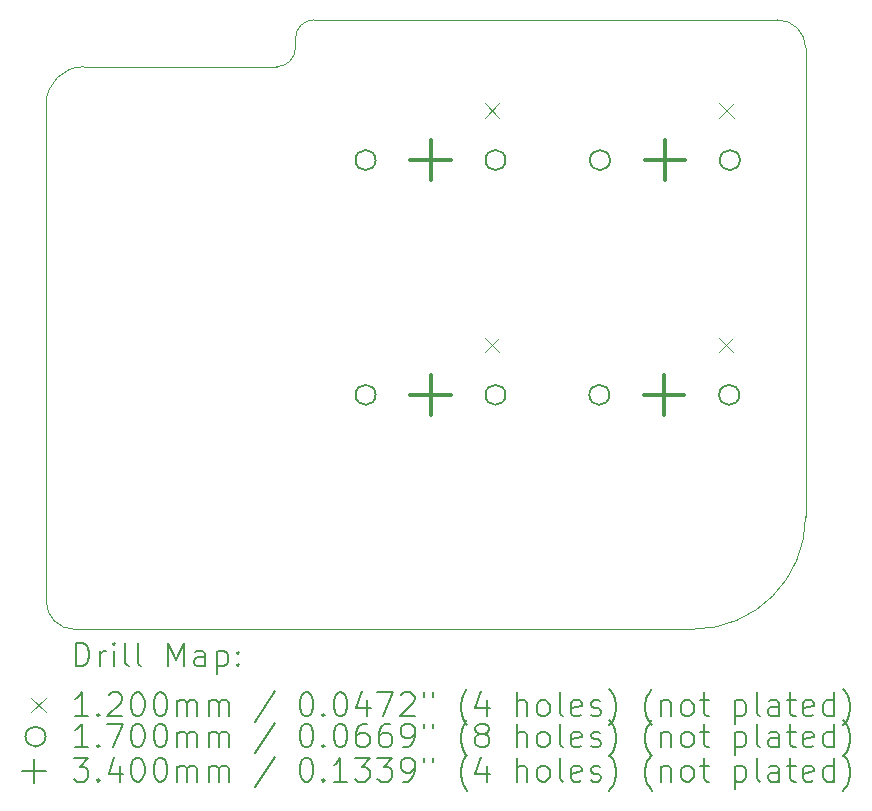
<source format=gbr>
%FSLAX45Y45*%
G04 Gerber Fmt 4.5, Leading zero omitted, Abs format (unit mm)*
G04 Created by KiCad (PCBNEW (6.0.5)) date 2022-09-29 20:04:49*
%MOMM*%
%LPD*%
G01*
G04 APERTURE LIST*
%TA.AperFunction,Profile*%
%ADD10C,0.100000*%
%TD*%
%ADD11C,0.200000*%
%ADD12C,0.120000*%
%ADD13C,0.170000*%
%ADD14C,0.340000*%
G04 APERTURE END LIST*
D10*
X16113125Y-10874375D02*
X16113125Y-6905625D01*
X9921875Y-11826875D02*
X15160625Y-11826875D01*
X9683750Y-11588750D02*
X9683750Y-7381875D01*
X11952749Y-6667499D02*
G75*
G03*
X11793999Y-6826250I1J-158751D01*
G01*
X11635249Y-7064375D02*
X10001250Y-7064375D01*
X16113130Y-6905625D02*
G75*
G03*
X15875000Y-6667500I-238130J-5D01*
G01*
X11952749Y-6667500D02*
X15875000Y-6667500D01*
X11635249Y-7064379D02*
G75*
G03*
X11793999Y-6905625I-9J158759D01*
G01*
X11793999Y-6905625D02*
X11793999Y-6826250D01*
X15160625Y-11826875D02*
G75*
G03*
X16113125Y-10874375I0J952500D01*
G01*
X10001250Y-7064375D02*
G75*
G03*
X9683750Y-7381875I0J-317500D01*
G01*
X9683755Y-11588750D02*
G75*
G03*
X9921875Y-11826875I238125J0D01*
G01*
D11*
D12*
X13400125Y-7375000D02*
X13520125Y-7495000D01*
X13520125Y-7375000D02*
X13400125Y-7495000D01*
X13400125Y-9362500D02*
X13520125Y-9482500D01*
X13520125Y-9362500D02*
X13400125Y-9482500D01*
X15378875Y-9362500D02*
X15498875Y-9482500D01*
X15498875Y-9362500D02*
X15378875Y-9482500D01*
X15384500Y-7375000D02*
X15504500Y-7495000D01*
X15504500Y-7375000D02*
X15384500Y-7495000D01*
D13*
X12473125Y-7855000D02*
G75*
G03*
X12473125Y-7855000I-85000J0D01*
G01*
X12473125Y-9842500D02*
G75*
G03*
X12473125Y-9842500I-85000J0D01*
G01*
X13573125Y-7855000D02*
G75*
G03*
X13573125Y-7855000I-85000J0D01*
G01*
X13573125Y-9842500D02*
G75*
G03*
X13573125Y-9842500I-85000J0D01*
G01*
X14451875Y-9842500D02*
G75*
G03*
X14451875Y-9842500I-85000J0D01*
G01*
X14457500Y-7855000D02*
G75*
G03*
X14457500Y-7855000I-85000J0D01*
G01*
X15551875Y-9842500D02*
G75*
G03*
X15551875Y-9842500I-85000J0D01*
G01*
X15557500Y-7855000D02*
G75*
G03*
X15557500Y-7855000I-85000J0D01*
G01*
D14*
X12938125Y-7685000D02*
X12938125Y-8025000D01*
X12768125Y-7855000D02*
X13108125Y-7855000D01*
X12938125Y-9672500D02*
X12938125Y-10012500D01*
X12768125Y-9842500D02*
X13108125Y-9842500D01*
X14916875Y-9672500D02*
X14916875Y-10012500D01*
X14746875Y-9842500D02*
X15086875Y-9842500D01*
X14922500Y-7685000D02*
X14922500Y-8025000D01*
X14752500Y-7855000D02*
X15092500Y-7855000D01*
D11*
X9936369Y-12142351D02*
X9936369Y-11942351D01*
X9983988Y-11942351D01*
X10012560Y-11951875D01*
X10031607Y-11970923D01*
X10041131Y-11989970D01*
X10050655Y-12028065D01*
X10050655Y-12056637D01*
X10041131Y-12094732D01*
X10031607Y-12113780D01*
X10012560Y-12132827D01*
X9983988Y-12142351D01*
X9936369Y-12142351D01*
X10136369Y-12142351D02*
X10136369Y-12009018D01*
X10136369Y-12047113D02*
X10145893Y-12028065D01*
X10155417Y-12018542D01*
X10174464Y-12009018D01*
X10193512Y-12009018D01*
X10260179Y-12142351D02*
X10260179Y-12009018D01*
X10260179Y-11942351D02*
X10250655Y-11951875D01*
X10260179Y-11961399D01*
X10269702Y-11951875D01*
X10260179Y-11942351D01*
X10260179Y-11961399D01*
X10383988Y-12142351D02*
X10364940Y-12132827D01*
X10355417Y-12113780D01*
X10355417Y-11942351D01*
X10488750Y-12142351D02*
X10469702Y-12132827D01*
X10460179Y-12113780D01*
X10460179Y-11942351D01*
X10717321Y-12142351D02*
X10717321Y-11942351D01*
X10783988Y-12085208D01*
X10850655Y-11942351D01*
X10850655Y-12142351D01*
X11031607Y-12142351D02*
X11031607Y-12037589D01*
X11022083Y-12018542D01*
X11003036Y-12009018D01*
X10964940Y-12009018D01*
X10945893Y-12018542D01*
X11031607Y-12132827D02*
X11012560Y-12142351D01*
X10964940Y-12142351D01*
X10945893Y-12132827D01*
X10936369Y-12113780D01*
X10936369Y-12094732D01*
X10945893Y-12075684D01*
X10964940Y-12066161D01*
X11012560Y-12066161D01*
X11031607Y-12056637D01*
X11126845Y-12009018D02*
X11126845Y-12209018D01*
X11126845Y-12018542D02*
X11145893Y-12009018D01*
X11183988Y-12009018D01*
X11203036Y-12018542D01*
X11212559Y-12028065D01*
X11222083Y-12047113D01*
X11222083Y-12104256D01*
X11212559Y-12123303D01*
X11203036Y-12132827D01*
X11183988Y-12142351D01*
X11145893Y-12142351D01*
X11126845Y-12132827D01*
X11307798Y-12123303D02*
X11317321Y-12132827D01*
X11307798Y-12142351D01*
X11298274Y-12132827D01*
X11307798Y-12123303D01*
X11307798Y-12142351D01*
X11307798Y-12018542D02*
X11317321Y-12028065D01*
X11307798Y-12037589D01*
X11298274Y-12028065D01*
X11307798Y-12018542D01*
X11307798Y-12037589D01*
D12*
X9558750Y-12411875D02*
X9678750Y-12531875D01*
X9678750Y-12411875D02*
X9558750Y-12531875D01*
D11*
X10041131Y-12562351D02*
X9926845Y-12562351D01*
X9983988Y-12562351D02*
X9983988Y-12362351D01*
X9964940Y-12390923D01*
X9945893Y-12409970D01*
X9926845Y-12419494D01*
X10126845Y-12543303D02*
X10136369Y-12552827D01*
X10126845Y-12562351D01*
X10117321Y-12552827D01*
X10126845Y-12543303D01*
X10126845Y-12562351D01*
X10212560Y-12381399D02*
X10222083Y-12371875D01*
X10241131Y-12362351D01*
X10288750Y-12362351D01*
X10307798Y-12371875D01*
X10317321Y-12381399D01*
X10326845Y-12400446D01*
X10326845Y-12419494D01*
X10317321Y-12448065D01*
X10203036Y-12562351D01*
X10326845Y-12562351D01*
X10450655Y-12362351D02*
X10469702Y-12362351D01*
X10488750Y-12371875D01*
X10498274Y-12381399D01*
X10507798Y-12400446D01*
X10517321Y-12438542D01*
X10517321Y-12486161D01*
X10507798Y-12524256D01*
X10498274Y-12543303D01*
X10488750Y-12552827D01*
X10469702Y-12562351D01*
X10450655Y-12562351D01*
X10431607Y-12552827D01*
X10422083Y-12543303D01*
X10412560Y-12524256D01*
X10403036Y-12486161D01*
X10403036Y-12438542D01*
X10412560Y-12400446D01*
X10422083Y-12381399D01*
X10431607Y-12371875D01*
X10450655Y-12362351D01*
X10641131Y-12362351D02*
X10660179Y-12362351D01*
X10679226Y-12371875D01*
X10688750Y-12381399D01*
X10698274Y-12400446D01*
X10707798Y-12438542D01*
X10707798Y-12486161D01*
X10698274Y-12524256D01*
X10688750Y-12543303D01*
X10679226Y-12552827D01*
X10660179Y-12562351D01*
X10641131Y-12562351D01*
X10622083Y-12552827D01*
X10612560Y-12543303D01*
X10603036Y-12524256D01*
X10593512Y-12486161D01*
X10593512Y-12438542D01*
X10603036Y-12400446D01*
X10612560Y-12381399D01*
X10622083Y-12371875D01*
X10641131Y-12362351D01*
X10793512Y-12562351D02*
X10793512Y-12429018D01*
X10793512Y-12448065D02*
X10803036Y-12438542D01*
X10822083Y-12429018D01*
X10850655Y-12429018D01*
X10869702Y-12438542D01*
X10879226Y-12457589D01*
X10879226Y-12562351D01*
X10879226Y-12457589D02*
X10888750Y-12438542D01*
X10907798Y-12429018D01*
X10936369Y-12429018D01*
X10955417Y-12438542D01*
X10964940Y-12457589D01*
X10964940Y-12562351D01*
X11060179Y-12562351D02*
X11060179Y-12429018D01*
X11060179Y-12448065D02*
X11069702Y-12438542D01*
X11088750Y-12429018D01*
X11117321Y-12429018D01*
X11136369Y-12438542D01*
X11145893Y-12457589D01*
X11145893Y-12562351D01*
X11145893Y-12457589D02*
X11155417Y-12438542D01*
X11174464Y-12429018D01*
X11203036Y-12429018D01*
X11222083Y-12438542D01*
X11231607Y-12457589D01*
X11231607Y-12562351D01*
X11622083Y-12352827D02*
X11450655Y-12609970D01*
X11879226Y-12362351D02*
X11898274Y-12362351D01*
X11917321Y-12371875D01*
X11926845Y-12381399D01*
X11936369Y-12400446D01*
X11945893Y-12438542D01*
X11945893Y-12486161D01*
X11936369Y-12524256D01*
X11926845Y-12543303D01*
X11917321Y-12552827D01*
X11898274Y-12562351D01*
X11879226Y-12562351D01*
X11860178Y-12552827D01*
X11850655Y-12543303D01*
X11841131Y-12524256D01*
X11831607Y-12486161D01*
X11831607Y-12438542D01*
X11841131Y-12400446D01*
X11850655Y-12381399D01*
X11860178Y-12371875D01*
X11879226Y-12362351D01*
X12031607Y-12543303D02*
X12041131Y-12552827D01*
X12031607Y-12562351D01*
X12022083Y-12552827D01*
X12031607Y-12543303D01*
X12031607Y-12562351D01*
X12164940Y-12362351D02*
X12183988Y-12362351D01*
X12203036Y-12371875D01*
X12212559Y-12381399D01*
X12222083Y-12400446D01*
X12231607Y-12438542D01*
X12231607Y-12486161D01*
X12222083Y-12524256D01*
X12212559Y-12543303D01*
X12203036Y-12552827D01*
X12183988Y-12562351D01*
X12164940Y-12562351D01*
X12145893Y-12552827D01*
X12136369Y-12543303D01*
X12126845Y-12524256D01*
X12117321Y-12486161D01*
X12117321Y-12438542D01*
X12126845Y-12400446D01*
X12136369Y-12381399D01*
X12145893Y-12371875D01*
X12164940Y-12362351D01*
X12403036Y-12429018D02*
X12403036Y-12562351D01*
X12355417Y-12352827D02*
X12307798Y-12495684D01*
X12431607Y-12495684D01*
X12488750Y-12362351D02*
X12622083Y-12362351D01*
X12536369Y-12562351D01*
X12688750Y-12381399D02*
X12698274Y-12371875D01*
X12717321Y-12362351D01*
X12764940Y-12362351D01*
X12783988Y-12371875D01*
X12793512Y-12381399D01*
X12803036Y-12400446D01*
X12803036Y-12419494D01*
X12793512Y-12448065D01*
X12679226Y-12562351D01*
X12803036Y-12562351D01*
X12879226Y-12362351D02*
X12879226Y-12400446D01*
X12955417Y-12362351D02*
X12955417Y-12400446D01*
X13250655Y-12638542D02*
X13241131Y-12629018D01*
X13222083Y-12600446D01*
X13212559Y-12581399D01*
X13203036Y-12552827D01*
X13193512Y-12505208D01*
X13193512Y-12467113D01*
X13203036Y-12419494D01*
X13212559Y-12390923D01*
X13222083Y-12371875D01*
X13241131Y-12343303D01*
X13250655Y-12333780D01*
X13412559Y-12429018D02*
X13412559Y-12562351D01*
X13364940Y-12352827D02*
X13317321Y-12495684D01*
X13441131Y-12495684D01*
X13669702Y-12562351D02*
X13669702Y-12362351D01*
X13755417Y-12562351D02*
X13755417Y-12457589D01*
X13745893Y-12438542D01*
X13726845Y-12429018D01*
X13698274Y-12429018D01*
X13679226Y-12438542D01*
X13669702Y-12448065D01*
X13879226Y-12562351D02*
X13860178Y-12552827D01*
X13850655Y-12543303D01*
X13841131Y-12524256D01*
X13841131Y-12467113D01*
X13850655Y-12448065D01*
X13860178Y-12438542D01*
X13879226Y-12429018D01*
X13907798Y-12429018D01*
X13926845Y-12438542D01*
X13936369Y-12448065D01*
X13945893Y-12467113D01*
X13945893Y-12524256D01*
X13936369Y-12543303D01*
X13926845Y-12552827D01*
X13907798Y-12562351D01*
X13879226Y-12562351D01*
X14060178Y-12562351D02*
X14041131Y-12552827D01*
X14031607Y-12533780D01*
X14031607Y-12362351D01*
X14212559Y-12552827D02*
X14193512Y-12562351D01*
X14155417Y-12562351D01*
X14136369Y-12552827D01*
X14126845Y-12533780D01*
X14126845Y-12457589D01*
X14136369Y-12438542D01*
X14155417Y-12429018D01*
X14193512Y-12429018D01*
X14212559Y-12438542D01*
X14222083Y-12457589D01*
X14222083Y-12476637D01*
X14126845Y-12495684D01*
X14298274Y-12552827D02*
X14317321Y-12562351D01*
X14355417Y-12562351D01*
X14374464Y-12552827D01*
X14383988Y-12533780D01*
X14383988Y-12524256D01*
X14374464Y-12505208D01*
X14355417Y-12495684D01*
X14326845Y-12495684D01*
X14307798Y-12486161D01*
X14298274Y-12467113D01*
X14298274Y-12457589D01*
X14307798Y-12438542D01*
X14326845Y-12429018D01*
X14355417Y-12429018D01*
X14374464Y-12438542D01*
X14450655Y-12638542D02*
X14460178Y-12629018D01*
X14479226Y-12600446D01*
X14488750Y-12581399D01*
X14498274Y-12552827D01*
X14507798Y-12505208D01*
X14507798Y-12467113D01*
X14498274Y-12419494D01*
X14488750Y-12390923D01*
X14479226Y-12371875D01*
X14460178Y-12343303D01*
X14450655Y-12333780D01*
X14812559Y-12638542D02*
X14803036Y-12629018D01*
X14783988Y-12600446D01*
X14774464Y-12581399D01*
X14764940Y-12552827D01*
X14755417Y-12505208D01*
X14755417Y-12467113D01*
X14764940Y-12419494D01*
X14774464Y-12390923D01*
X14783988Y-12371875D01*
X14803036Y-12343303D01*
X14812559Y-12333780D01*
X14888750Y-12429018D02*
X14888750Y-12562351D01*
X14888750Y-12448065D02*
X14898274Y-12438542D01*
X14917321Y-12429018D01*
X14945893Y-12429018D01*
X14964940Y-12438542D01*
X14974464Y-12457589D01*
X14974464Y-12562351D01*
X15098274Y-12562351D02*
X15079226Y-12552827D01*
X15069702Y-12543303D01*
X15060178Y-12524256D01*
X15060178Y-12467113D01*
X15069702Y-12448065D01*
X15079226Y-12438542D01*
X15098274Y-12429018D01*
X15126845Y-12429018D01*
X15145893Y-12438542D01*
X15155417Y-12448065D01*
X15164940Y-12467113D01*
X15164940Y-12524256D01*
X15155417Y-12543303D01*
X15145893Y-12552827D01*
X15126845Y-12562351D01*
X15098274Y-12562351D01*
X15222083Y-12429018D02*
X15298274Y-12429018D01*
X15250655Y-12362351D02*
X15250655Y-12533780D01*
X15260178Y-12552827D01*
X15279226Y-12562351D01*
X15298274Y-12562351D01*
X15517321Y-12429018D02*
X15517321Y-12629018D01*
X15517321Y-12438542D02*
X15536369Y-12429018D01*
X15574464Y-12429018D01*
X15593512Y-12438542D01*
X15603036Y-12448065D01*
X15612559Y-12467113D01*
X15612559Y-12524256D01*
X15603036Y-12543303D01*
X15593512Y-12552827D01*
X15574464Y-12562351D01*
X15536369Y-12562351D01*
X15517321Y-12552827D01*
X15726845Y-12562351D02*
X15707798Y-12552827D01*
X15698274Y-12533780D01*
X15698274Y-12362351D01*
X15888750Y-12562351D02*
X15888750Y-12457589D01*
X15879226Y-12438542D01*
X15860178Y-12429018D01*
X15822083Y-12429018D01*
X15803036Y-12438542D01*
X15888750Y-12552827D02*
X15869702Y-12562351D01*
X15822083Y-12562351D01*
X15803036Y-12552827D01*
X15793512Y-12533780D01*
X15793512Y-12514732D01*
X15803036Y-12495684D01*
X15822083Y-12486161D01*
X15869702Y-12486161D01*
X15888750Y-12476637D01*
X15955417Y-12429018D02*
X16031607Y-12429018D01*
X15983988Y-12362351D02*
X15983988Y-12533780D01*
X15993512Y-12552827D01*
X16012559Y-12562351D01*
X16031607Y-12562351D01*
X16174464Y-12552827D02*
X16155417Y-12562351D01*
X16117321Y-12562351D01*
X16098274Y-12552827D01*
X16088750Y-12533780D01*
X16088750Y-12457589D01*
X16098274Y-12438542D01*
X16117321Y-12429018D01*
X16155417Y-12429018D01*
X16174464Y-12438542D01*
X16183988Y-12457589D01*
X16183988Y-12476637D01*
X16088750Y-12495684D01*
X16355417Y-12562351D02*
X16355417Y-12362351D01*
X16355417Y-12552827D02*
X16336369Y-12562351D01*
X16298274Y-12562351D01*
X16279226Y-12552827D01*
X16269702Y-12543303D01*
X16260178Y-12524256D01*
X16260178Y-12467113D01*
X16269702Y-12448065D01*
X16279226Y-12438542D01*
X16298274Y-12429018D01*
X16336369Y-12429018D01*
X16355417Y-12438542D01*
X16431607Y-12638542D02*
X16441131Y-12629018D01*
X16460178Y-12600446D01*
X16469702Y-12581399D01*
X16479226Y-12552827D01*
X16488750Y-12505208D01*
X16488750Y-12467113D01*
X16479226Y-12419494D01*
X16469702Y-12390923D01*
X16460178Y-12371875D01*
X16441131Y-12343303D01*
X16431607Y-12333780D01*
D13*
X9678750Y-12735875D02*
G75*
G03*
X9678750Y-12735875I-85000J0D01*
G01*
D11*
X10041131Y-12826351D02*
X9926845Y-12826351D01*
X9983988Y-12826351D02*
X9983988Y-12626351D01*
X9964940Y-12654923D01*
X9945893Y-12673970D01*
X9926845Y-12683494D01*
X10126845Y-12807303D02*
X10136369Y-12816827D01*
X10126845Y-12826351D01*
X10117321Y-12816827D01*
X10126845Y-12807303D01*
X10126845Y-12826351D01*
X10203036Y-12626351D02*
X10336369Y-12626351D01*
X10250655Y-12826351D01*
X10450655Y-12626351D02*
X10469702Y-12626351D01*
X10488750Y-12635875D01*
X10498274Y-12645399D01*
X10507798Y-12664446D01*
X10517321Y-12702542D01*
X10517321Y-12750161D01*
X10507798Y-12788256D01*
X10498274Y-12807303D01*
X10488750Y-12816827D01*
X10469702Y-12826351D01*
X10450655Y-12826351D01*
X10431607Y-12816827D01*
X10422083Y-12807303D01*
X10412560Y-12788256D01*
X10403036Y-12750161D01*
X10403036Y-12702542D01*
X10412560Y-12664446D01*
X10422083Y-12645399D01*
X10431607Y-12635875D01*
X10450655Y-12626351D01*
X10641131Y-12626351D02*
X10660179Y-12626351D01*
X10679226Y-12635875D01*
X10688750Y-12645399D01*
X10698274Y-12664446D01*
X10707798Y-12702542D01*
X10707798Y-12750161D01*
X10698274Y-12788256D01*
X10688750Y-12807303D01*
X10679226Y-12816827D01*
X10660179Y-12826351D01*
X10641131Y-12826351D01*
X10622083Y-12816827D01*
X10612560Y-12807303D01*
X10603036Y-12788256D01*
X10593512Y-12750161D01*
X10593512Y-12702542D01*
X10603036Y-12664446D01*
X10612560Y-12645399D01*
X10622083Y-12635875D01*
X10641131Y-12626351D01*
X10793512Y-12826351D02*
X10793512Y-12693018D01*
X10793512Y-12712065D02*
X10803036Y-12702542D01*
X10822083Y-12693018D01*
X10850655Y-12693018D01*
X10869702Y-12702542D01*
X10879226Y-12721589D01*
X10879226Y-12826351D01*
X10879226Y-12721589D02*
X10888750Y-12702542D01*
X10907798Y-12693018D01*
X10936369Y-12693018D01*
X10955417Y-12702542D01*
X10964940Y-12721589D01*
X10964940Y-12826351D01*
X11060179Y-12826351D02*
X11060179Y-12693018D01*
X11060179Y-12712065D02*
X11069702Y-12702542D01*
X11088750Y-12693018D01*
X11117321Y-12693018D01*
X11136369Y-12702542D01*
X11145893Y-12721589D01*
X11145893Y-12826351D01*
X11145893Y-12721589D02*
X11155417Y-12702542D01*
X11174464Y-12693018D01*
X11203036Y-12693018D01*
X11222083Y-12702542D01*
X11231607Y-12721589D01*
X11231607Y-12826351D01*
X11622083Y-12616827D02*
X11450655Y-12873970D01*
X11879226Y-12626351D02*
X11898274Y-12626351D01*
X11917321Y-12635875D01*
X11926845Y-12645399D01*
X11936369Y-12664446D01*
X11945893Y-12702542D01*
X11945893Y-12750161D01*
X11936369Y-12788256D01*
X11926845Y-12807303D01*
X11917321Y-12816827D01*
X11898274Y-12826351D01*
X11879226Y-12826351D01*
X11860178Y-12816827D01*
X11850655Y-12807303D01*
X11841131Y-12788256D01*
X11831607Y-12750161D01*
X11831607Y-12702542D01*
X11841131Y-12664446D01*
X11850655Y-12645399D01*
X11860178Y-12635875D01*
X11879226Y-12626351D01*
X12031607Y-12807303D02*
X12041131Y-12816827D01*
X12031607Y-12826351D01*
X12022083Y-12816827D01*
X12031607Y-12807303D01*
X12031607Y-12826351D01*
X12164940Y-12626351D02*
X12183988Y-12626351D01*
X12203036Y-12635875D01*
X12212559Y-12645399D01*
X12222083Y-12664446D01*
X12231607Y-12702542D01*
X12231607Y-12750161D01*
X12222083Y-12788256D01*
X12212559Y-12807303D01*
X12203036Y-12816827D01*
X12183988Y-12826351D01*
X12164940Y-12826351D01*
X12145893Y-12816827D01*
X12136369Y-12807303D01*
X12126845Y-12788256D01*
X12117321Y-12750161D01*
X12117321Y-12702542D01*
X12126845Y-12664446D01*
X12136369Y-12645399D01*
X12145893Y-12635875D01*
X12164940Y-12626351D01*
X12403036Y-12626351D02*
X12364940Y-12626351D01*
X12345893Y-12635875D01*
X12336369Y-12645399D01*
X12317321Y-12673970D01*
X12307798Y-12712065D01*
X12307798Y-12788256D01*
X12317321Y-12807303D01*
X12326845Y-12816827D01*
X12345893Y-12826351D01*
X12383988Y-12826351D01*
X12403036Y-12816827D01*
X12412559Y-12807303D01*
X12422083Y-12788256D01*
X12422083Y-12740637D01*
X12412559Y-12721589D01*
X12403036Y-12712065D01*
X12383988Y-12702542D01*
X12345893Y-12702542D01*
X12326845Y-12712065D01*
X12317321Y-12721589D01*
X12307798Y-12740637D01*
X12593512Y-12626351D02*
X12555417Y-12626351D01*
X12536369Y-12635875D01*
X12526845Y-12645399D01*
X12507798Y-12673970D01*
X12498274Y-12712065D01*
X12498274Y-12788256D01*
X12507798Y-12807303D01*
X12517321Y-12816827D01*
X12536369Y-12826351D01*
X12574464Y-12826351D01*
X12593512Y-12816827D01*
X12603036Y-12807303D01*
X12612559Y-12788256D01*
X12612559Y-12740637D01*
X12603036Y-12721589D01*
X12593512Y-12712065D01*
X12574464Y-12702542D01*
X12536369Y-12702542D01*
X12517321Y-12712065D01*
X12507798Y-12721589D01*
X12498274Y-12740637D01*
X12707798Y-12826351D02*
X12745893Y-12826351D01*
X12764940Y-12816827D01*
X12774464Y-12807303D01*
X12793512Y-12778732D01*
X12803036Y-12740637D01*
X12803036Y-12664446D01*
X12793512Y-12645399D01*
X12783988Y-12635875D01*
X12764940Y-12626351D01*
X12726845Y-12626351D01*
X12707798Y-12635875D01*
X12698274Y-12645399D01*
X12688750Y-12664446D01*
X12688750Y-12712065D01*
X12698274Y-12731113D01*
X12707798Y-12740637D01*
X12726845Y-12750161D01*
X12764940Y-12750161D01*
X12783988Y-12740637D01*
X12793512Y-12731113D01*
X12803036Y-12712065D01*
X12879226Y-12626351D02*
X12879226Y-12664446D01*
X12955417Y-12626351D02*
X12955417Y-12664446D01*
X13250655Y-12902542D02*
X13241131Y-12893018D01*
X13222083Y-12864446D01*
X13212559Y-12845399D01*
X13203036Y-12816827D01*
X13193512Y-12769208D01*
X13193512Y-12731113D01*
X13203036Y-12683494D01*
X13212559Y-12654923D01*
X13222083Y-12635875D01*
X13241131Y-12607303D01*
X13250655Y-12597780D01*
X13355417Y-12712065D02*
X13336369Y-12702542D01*
X13326845Y-12693018D01*
X13317321Y-12673970D01*
X13317321Y-12664446D01*
X13326845Y-12645399D01*
X13336369Y-12635875D01*
X13355417Y-12626351D01*
X13393512Y-12626351D01*
X13412559Y-12635875D01*
X13422083Y-12645399D01*
X13431607Y-12664446D01*
X13431607Y-12673970D01*
X13422083Y-12693018D01*
X13412559Y-12702542D01*
X13393512Y-12712065D01*
X13355417Y-12712065D01*
X13336369Y-12721589D01*
X13326845Y-12731113D01*
X13317321Y-12750161D01*
X13317321Y-12788256D01*
X13326845Y-12807303D01*
X13336369Y-12816827D01*
X13355417Y-12826351D01*
X13393512Y-12826351D01*
X13412559Y-12816827D01*
X13422083Y-12807303D01*
X13431607Y-12788256D01*
X13431607Y-12750161D01*
X13422083Y-12731113D01*
X13412559Y-12721589D01*
X13393512Y-12712065D01*
X13669702Y-12826351D02*
X13669702Y-12626351D01*
X13755417Y-12826351D02*
X13755417Y-12721589D01*
X13745893Y-12702542D01*
X13726845Y-12693018D01*
X13698274Y-12693018D01*
X13679226Y-12702542D01*
X13669702Y-12712065D01*
X13879226Y-12826351D02*
X13860178Y-12816827D01*
X13850655Y-12807303D01*
X13841131Y-12788256D01*
X13841131Y-12731113D01*
X13850655Y-12712065D01*
X13860178Y-12702542D01*
X13879226Y-12693018D01*
X13907798Y-12693018D01*
X13926845Y-12702542D01*
X13936369Y-12712065D01*
X13945893Y-12731113D01*
X13945893Y-12788256D01*
X13936369Y-12807303D01*
X13926845Y-12816827D01*
X13907798Y-12826351D01*
X13879226Y-12826351D01*
X14060178Y-12826351D02*
X14041131Y-12816827D01*
X14031607Y-12797780D01*
X14031607Y-12626351D01*
X14212559Y-12816827D02*
X14193512Y-12826351D01*
X14155417Y-12826351D01*
X14136369Y-12816827D01*
X14126845Y-12797780D01*
X14126845Y-12721589D01*
X14136369Y-12702542D01*
X14155417Y-12693018D01*
X14193512Y-12693018D01*
X14212559Y-12702542D01*
X14222083Y-12721589D01*
X14222083Y-12740637D01*
X14126845Y-12759684D01*
X14298274Y-12816827D02*
X14317321Y-12826351D01*
X14355417Y-12826351D01*
X14374464Y-12816827D01*
X14383988Y-12797780D01*
X14383988Y-12788256D01*
X14374464Y-12769208D01*
X14355417Y-12759684D01*
X14326845Y-12759684D01*
X14307798Y-12750161D01*
X14298274Y-12731113D01*
X14298274Y-12721589D01*
X14307798Y-12702542D01*
X14326845Y-12693018D01*
X14355417Y-12693018D01*
X14374464Y-12702542D01*
X14450655Y-12902542D02*
X14460178Y-12893018D01*
X14479226Y-12864446D01*
X14488750Y-12845399D01*
X14498274Y-12816827D01*
X14507798Y-12769208D01*
X14507798Y-12731113D01*
X14498274Y-12683494D01*
X14488750Y-12654923D01*
X14479226Y-12635875D01*
X14460178Y-12607303D01*
X14450655Y-12597780D01*
X14812559Y-12902542D02*
X14803036Y-12893018D01*
X14783988Y-12864446D01*
X14774464Y-12845399D01*
X14764940Y-12816827D01*
X14755417Y-12769208D01*
X14755417Y-12731113D01*
X14764940Y-12683494D01*
X14774464Y-12654923D01*
X14783988Y-12635875D01*
X14803036Y-12607303D01*
X14812559Y-12597780D01*
X14888750Y-12693018D02*
X14888750Y-12826351D01*
X14888750Y-12712065D02*
X14898274Y-12702542D01*
X14917321Y-12693018D01*
X14945893Y-12693018D01*
X14964940Y-12702542D01*
X14974464Y-12721589D01*
X14974464Y-12826351D01*
X15098274Y-12826351D02*
X15079226Y-12816827D01*
X15069702Y-12807303D01*
X15060178Y-12788256D01*
X15060178Y-12731113D01*
X15069702Y-12712065D01*
X15079226Y-12702542D01*
X15098274Y-12693018D01*
X15126845Y-12693018D01*
X15145893Y-12702542D01*
X15155417Y-12712065D01*
X15164940Y-12731113D01*
X15164940Y-12788256D01*
X15155417Y-12807303D01*
X15145893Y-12816827D01*
X15126845Y-12826351D01*
X15098274Y-12826351D01*
X15222083Y-12693018D02*
X15298274Y-12693018D01*
X15250655Y-12626351D02*
X15250655Y-12797780D01*
X15260178Y-12816827D01*
X15279226Y-12826351D01*
X15298274Y-12826351D01*
X15517321Y-12693018D02*
X15517321Y-12893018D01*
X15517321Y-12702542D02*
X15536369Y-12693018D01*
X15574464Y-12693018D01*
X15593512Y-12702542D01*
X15603036Y-12712065D01*
X15612559Y-12731113D01*
X15612559Y-12788256D01*
X15603036Y-12807303D01*
X15593512Y-12816827D01*
X15574464Y-12826351D01*
X15536369Y-12826351D01*
X15517321Y-12816827D01*
X15726845Y-12826351D02*
X15707798Y-12816827D01*
X15698274Y-12797780D01*
X15698274Y-12626351D01*
X15888750Y-12826351D02*
X15888750Y-12721589D01*
X15879226Y-12702542D01*
X15860178Y-12693018D01*
X15822083Y-12693018D01*
X15803036Y-12702542D01*
X15888750Y-12816827D02*
X15869702Y-12826351D01*
X15822083Y-12826351D01*
X15803036Y-12816827D01*
X15793512Y-12797780D01*
X15793512Y-12778732D01*
X15803036Y-12759684D01*
X15822083Y-12750161D01*
X15869702Y-12750161D01*
X15888750Y-12740637D01*
X15955417Y-12693018D02*
X16031607Y-12693018D01*
X15983988Y-12626351D02*
X15983988Y-12797780D01*
X15993512Y-12816827D01*
X16012559Y-12826351D01*
X16031607Y-12826351D01*
X16174464Y-12816827D02*
X16155417Y-12826351D01*
X16117321Y-12826351D01*
X16098274Y-12816827D01*
X16088750Y-12797780D01*
X16088750Y-12721589D01*
X16098274Y-12702542D01*
X16117321Y-12693018D01*
X16155417Y-12693018D01*
X16174464Y-12702542D01*
X16183988Y-12721589D01*
X16183988Y-12740637D01*
X16088750Y-12759684D01*
X16355417Y-12826351D02*
X16355417Y-12626351D01*
X16355417Y-12816827D02*
X16336369Y-12826351D01*
X16298274Y-12826351D01*
X16279226Y-12816827D01*
X16269702Y-12807303D01*
X16260178Y-12788256D01*
X16260178Y-12731113D01*
X16269702Y-12712065D01*
X16279226Y-12702542D01*
X16298274Y-12693018D01*
X16336369Y-12693018D01*
X16355417Y-12702542D01*
X16431607Y-12902542D02*
X16441131Y-12893018D01*
X16460178Y-12864446D01*
X16469702Y-12845399D01*
X16479226Y-12816827D01*
X16488750Y-12769208D01*
X16488750Y-12731113D01*
X16479226Y-12683494D01*
X16469702Y-12654923D01*
X16460178Y-12635875D01*
X16441131Y-12607303D01*
X16431607Y-12597780D01*
X9578750Y-12925875D02*
X9578750Y-13125875D01*
X9478750Y-13025875D02*
X9678750Y-13025875D01*
X9917321Y-12916351D02*
X10041131Y-12916351D01*
X9974464Y-12992542D01*
X10003036Y-12992542D01*
X10022083Y-13002065D01*
X10031607Y-13011589D01*
X10041131Y-13030637D01*
X10041131Y-13078256D01*
X10031607Y-13097303D01*
X10022083Y-13106827D01*
X10003036Y-13116351D01*
X9945893Y-13116351D01*
X9926845Y-13106827D01*
X9917321Y-13097303D01*
X10126845Y-13097303D02*
X10136369Y-13106827D01*
X10126845Y-13116351D01*
X10117321Y-13106827D01*
X10126845Y-13097303D01*
X10126845Y-13116351D01*
X10307798Y-12983018D02*
X10307798Y-13116351D01*
X10260179Y-12906827D02*
X10212560Y-13049684D01*
X10336369Y-13049684D01*
X10450655Y-12916351D02*
X10469702Y-12916351D01*
X10488750Y-12925875D01*
X10498274Y-12935399D01*
X10507798Y-12954446D01*
X10517321Y-12992542D01*
X10517321Y-13040161D01*
X10507798Y-13078256D01*
X10498274Y-13097303D01*
X10488750Y-13106827D01*
X10469702Y-13116351D01*
X10450655Y-13116351D01*
X10431607Y-13106827D01*
X10422083Y-13097303D01*
X10412560Y-13078256D01*
X10403036Y-13040161D01*
X10403036Y-12992542D01*
X10412560Y-12954446D01*
X10422083Y-12935399D01*
X10431607Y-12925875D01*
X10450655Y-12916351D01*
X10641131Y-12916351D02*
X10660179Y-12916351D01*
X10679226Y-12925875D01*
X10688750Y-12935399D01*
X10698274Y-12954446D01*
X10707798Y-12992542D01*
X10707798Y-13040161D01*
X10698274Y-13078256D01*
X10688750Y-13097303D01*
X10679226Y-13106827D01*
X10660179Y-13116351D01*
X10641131Y-13116351D01*
X10622083Y-13106827D01*
X10612560Y-13097303D01*
X10603036Y-13078256D01*
X10593512Y-13040161D01*
X10593512Y-12992542D01*
X10603036Y-12954446D01*
X10612560Y-12935399D01*
X10622083Y-12925875D01*
X10641131Y-12916351D01*
X10793512Y-13116351D02*
X10793512Y-12983018D01*
X10793512Y-13002065D02*
X10803036Y-12992542D01*
X10822083Y-12983018D01*
X10850655Y-12983018D01*
X10869702Y-12992542D01*
X10879226Y-13011589D01*
X10879226Y-13116351D01*
X10879226Y-13011589D02*
X10888750Y-12992542D01*
X10907798Y-12983018D01*
X10936369Y-12983018D01*
X10955417Y-12992542D01*
X10964940Y-13011589D01*
X10964940Y-13116351D01*
X11060179Y-13116351D02*
X11060179Y-12983018D01*
X11060179Y-13002065D02*
X11069702Y-12992542D01*
X11088750Y-12983018D01*
X11117321Y-12983018D01*
X11136369Y-12992542D01*
X11145893Y-13011589D01*
X11145893Y-13116351D01*
X11145893Y-13011589D02*
X11155417Y-12992542D01*
X11174464Y-12983018D01*
X11203036Y-12983018D01*
X11222083Y-12992542D01*
X11231607Y-13011589D01*
X11231607Y-13116351D01*
X11622083Y-12906827D02*
X11450655Y-13163970D01*
X11879226Y-12916351D02*
X11898274Y-12916351D01*
X11917321Y-12925875D01*
X11926845Y-12935399D01*
X11936369Y-12954446D01*
X11945893Y-12992542D01*
X11945893Y-13040161D01*
X11936369Y-13078256D01*
X11926845Y-13097303D01*
X11917321Y-13106827D01*
X11898274Y-13116351D01*
X11879226Y-13116351D01*
X11860178Y-13106827D01*
X11850655Y-13097303D01*
X11841131Y-13078256D01*
X11831607Y-13040161D01*
X11831607Y-12992542D01*
X11841131Y-12954446D01*
X11850655Y-12935399D01*
X11860178Y-12925875D01*
X11879226Y-12916351D01*
X12031607Y-13097303D02*
X12041131Y-13106827D01*
X12031607Y-13116351D01*
X12022083Y-13106827D01*
X12031607Y-13097303D01*
X12031607Y-13116351D01*
X12231607Y-13116351D02*
X12117321Y-13116351D01*
X12174464Y-13116351D02*
X12174464Y-12916351D01*
X12155417Y-12944923D01*
X12136369Y-12963970D01*
X12117321Y-12973494D01*
X12298274Y-12916351D02*
X12422083Y-12916351D01*
X12355417Y-12992542D01*
X12383988Y-12992542D01*
X12403036Y-13002065D01*
X12412559Y-13011589D01*
X12422083Y-13030637D01*
X12422083Y-13078256D01*
X12412559Y-13097303D01*
X12403036Y-13106827D01*
X12383988Y-13116351D01*
X12326845Y-13116351D01*
X12307798Y-13106827D01*
X12298274Y-13097303D01*
X12488750Y-12916351D02*
X12612559Y-12916351D01*
X12545893Y-12992542D01*
X12574464Y-12992542D01*
X12593512Y-13002065D01*
X12603036Y-13011589D01*
X12612559Y-13030637D01*
X12612559Y-13078256D01*
X12603036Y-13097303D01*
X12593512Y-13106827D01*
X12574464Y-13116351D01*
X12517321Y-13116351D01*
X12498274Y-13106827D01*
X12488750Y-13097303D01*
X12707798Y-13116351D02*
X12745893Y-13116351D01*
X12764940Y-13106827D01*
X12774464Y-13097303D01*
X12793512Y-13068732D01*
X12803036Y-13030637D01*
X12803036Y-12954446D01*
X12793512Y-12935399D01*
X12783988Y-12925875D01*
X12764940Y-12916351D01*
X12726845Y-12916351D01*
X12707798Y-12925875D01*
X12698274Y-12935399D01*
X12688750Y-12954446D01*
X12688750Y-13002065D01*
X12698274Y-13021113D01*
X12707798Y-13030637D01*
X12726845Y-13040161D01*
X12764940Y-13040161D01*
X12783988Y-13030637D01*
X12793512Y-13021113D01*
X12803036Y-13002065D01*
X12879226Y-12916351D02*
X12879226Y-12954446D01*
X12955417Y-12916351D02*
X12955417Y-12954446D01*
X13250655Y-13192542D02*
X13241131Y-13183018D01*
X13222083Y-13154446D01*
X13212559Y-13135399D01*
X13203036Y-13106827D01*
X13193512Y-13059208D01*
X13193512Y-13021113D01*
X13203036Y-12973494D01*
X13212559Y-12944923D01*
X13222083Y-12925875D01*
X13241131Y-12897303D01*
X13250655Y-12887780D01*
X13412559Y-12983018D02*
X13412559Y-13116351D01*
X13364940Y-12906827D02*
X13317321Y-13049684D01*
X13441131Y-13049684D01*
X13669702Y-13116351D02*
X13669702Y-12916351D01*
X13755417Y-13116351D02*
X13755417Y-13011589D01*
X13745893Y-12992542D01*
X13726845Y-12983018D01*
X13698274Y-12983018D01*
X13679226Y-12992542D01*
X13669702Y-13002065D01*
X13879226Y-13116351D02*
X13860178Y-13106827D01*
X13850655Y-13097303D01*
X13841131Y-13078256D01*
X13841131Y-13021113D01*
X13850655Y-13002065D01*
X13860178Y-12992542D01*
X13879226Y-12983018D01*
X13907798Y-12983018D01*
X13926845Y-12992542D01*
X13936369Y-13002065D01*
X13945893Y-13021113D01*
X13945893Y-13078256D01*
X13936369Y-13097303D01*
X13926845Y-13106827D01*
X13907798Y-13116351D01*
X13879226Y-13116351D01*
X14060178Y-13116351D02*
X14041131Y-13106827D01*
X14031607Y-13087780D01*
X14031607Y-12916351D01*
X14212559Y-13106827D02*
X14193512Y-13116351D01*
X14155417Y-13116351D01*
X14136369Y-13106827D01*
X14126845Y-13087780D01*
X14126845Y-13011589D01*
X14136369Y-12992542D01*
X14155417Y-12983018D01*
X14193512Y-12983018D01*
X14212559Y-12992542D01*
X14222083Y-13011589D01*
X14222083Y-13030637D01*
X14126845Y-13049684D01*
X14298274Y-13106827D02*
X14317321Y-13116351D01*
X14355417Y-13116351D01*
X14374464Y-13106827D01*
X14383988Y-13087780D01*
X14383988Y-13078256D01*
X14374464Y-13059208D01*
X14355417Y-13049684D01*
X14326845Y-13049684D01*
X14307798Y-13040161D01*
X14298274Y-13021113D01*
X14298274Y-13011589D01*
X14307798Y-12992542D01*
X14326845Y-12983018D01*
X14355417Y-12983018D01*
X14374464Y-12992542D01*
X14450655Y-13192542D02*
X14460178Y-13183018D01*
X14479226Y-13154446D01*
X14488750Y-13135399D01*
X14498274Y-13106827D01*
X14507798Y-13059208D01*
X14507798Y-13021113D01*
X14498274Y-12973494D01*
X14488750Y-12944923D01*
X14479226Y-12925875D01*
X14460178Y-12897303D01*
X14450655Y-12887780D01*
X14812559Y-13192542D02*
X14803036Y-13183018D01*
X14783988Y-13154446D01*
X14774464Y-13135399D01*
X14764940Y-13106827D01*
X14755417Y-13059208D01*
X14755417Y-13021113D01*
X14764940Y-12973494D01*
X14774464Y-12944923D01*
X14783988Y-12925875D01*
X14803036Y-12897303D01*
X14812559Y-12887780D01*
X14888750Y-12983018D02*
X14888750Y-13116351D01*
X14888750Y-13002065D02*
X14898274Y-12992542D01*
X14917321Y-12983018D01*
X14945893Y-12983018D01*
X14964940Y-12992542D01*
X14974464Y-13011589D01*
X14974464Y-13116351D01*
X15098274Y-13116351D02*
X15079226Y-13106827D01*
X15069702Y-13097303D01*
X15060178Y-13078256D01*
X15060178Y-13021113D01*
X15069702Y-13002065D01*
X15079226Y-12992542D01*
X15098274Y-12983018D01*
X15126845Y-12983018D01*
X15145893Y-12992542D01*
X15155417Y-13002065D01*
X15164940Y-13021113D01*
X15164940Y-13078256D01*
X15155417Y-13097303D01*
X15145893Y-13106827D01*
X15126845Y-13116351D01*
X15098274Y-13116351D01*
X15222083Y-12983018D02*
X15298274Y-12983018D01*
X15250655Y-12916351D02*
X15250655Y-13087780D01*
X15260178Y-13106827D01*
X15279226Y-13116351D01*
X15298274Y-13116351D01*
X15517321Y-12983018D02*
X15517321Y-13183018D01*
X15517321Y-12992542D02*
X15536369Y-12983018D01*
X15574464Y-12983018D01*
X15593512Y-12992542D01*
X15603036Y-13002065D01*
X15612559Y-13021113D01*
X15612559Y-13078256D01*
X15603036Y-13097303D01*
X15593512Y-13106827D01*
X15574464Y-13116351D01*
X15536369Y-13116351D01*
X15517321Y-13106827D01*
X15726845Y-13116351D02*
X15707798Y-13106827D01*
X15698274Y-13087780D01*
X15698274Y-12916351D01*
X15888750Y-13116351D02*
X15888750Y-13011589D01*
X15879226Y-12992542D01*
X15860178Y-12983018D01*
X15822083Y-12983018D01*
X15803036Y-12992542D01*
X15888750Y-13106827D02*
X15869702Y-13116351D01*
X15822083Y-13116351D01*
X15803036Y-13106827D01*
X15793512Y-13087780D01*
X15793512Y-13068732D01*
X15803036Y-13049684D01*
X15822083Y-13040161D01*
X15869702Y-13040161D01*
X15888750Y-13030637D01*
X15955417Y-12983018D02*
X16031607Y-12983018D01*
X15983988Y-12916351D02*
X15983988Y-13087780D01*
X15993512Y-13106827D01*
X16012559Y-13116351D01*
X16031607Y-13116351D01*
X16174464Y-13106827D02*
X16155417Y-13116351D01*
X16117321Y-13116351D01*
X16098274Y-13106827D01*
X16088750Y-13087780D01*
X16088750Y-13011589D01*
X16098274Y-12992542D01*
X16117321Y-12983018D01*
X16155417Y-12983018D01*
X16174464Y-12992542D01*
X16183988Y-13011589D01*
X16183988Y-13030637D01*
X16088750Y-13049684D01*
X16355417Y-13116351D02*
X16355417Y-12916351D01*
X16355417Y-13106827D02*
X16336369Y-13116351D01*
X16298274Y-13116351D01*
X16279226Y-13106827D01*
X16269702Y-13097303D01*
X16260178Y-13078256D01*
X16260178Y-13021113D01*
X16269702Y-13002065D01*
X16279226Y-12992542D01*
X16298274Y-12983018D01*
X16336369Y-12983018D01*
X16355417Y-12992542D01*
X16431607Y-13192542D02*
X16441131Y-13183018D01*
X16460178Y-13154446D01*
X16469702Y-13135399D01*
X16479226Y-13106827D01*
X16488750Y-13059208D01*
X16488750Y-13021113D01*
X16479226Y-12973494D01*
X16469702Y-12944923D01*
X16460178Y-12925875D01*
X16441131Y-12897303D01*
X16431607Y-12887780D01*
M02*

</source>
